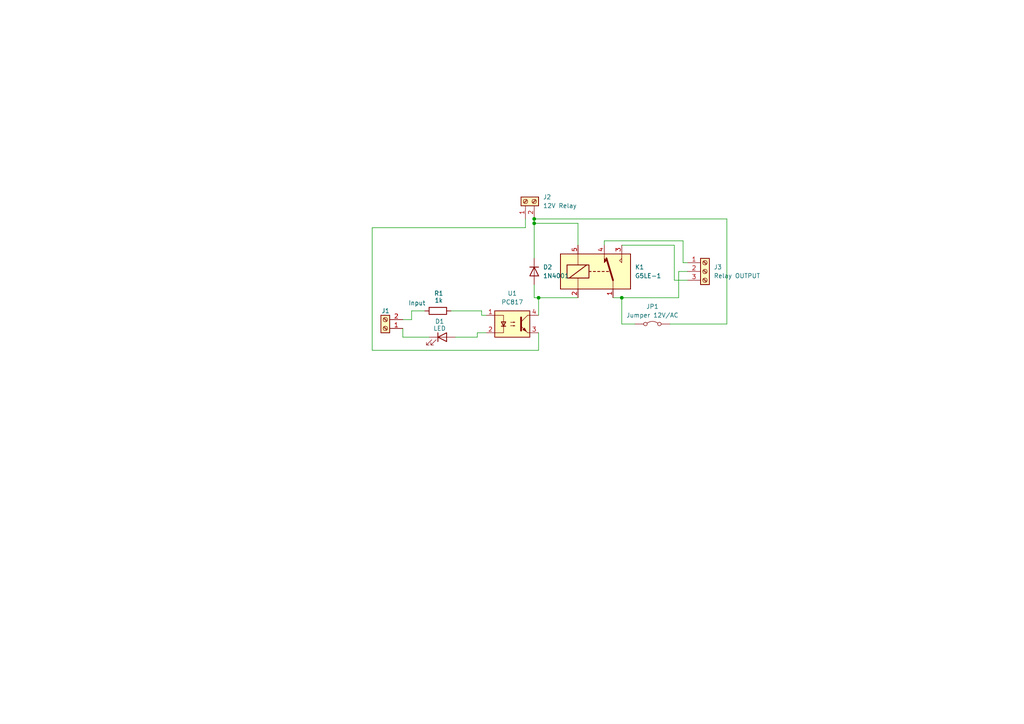
<source format=kicad_sch>
(kicad_sch
	(version 20231120)
	(generator "eeschema")
	(generator_version "8.0")
	(uuid "f14af8c8-4b08-4a65-b39e-b324bdd9c372")
	(paper "A4")
	(lib_symbols
		(symbol "Connector:Screw_Terminal_01x02"
			(pin_names
				(offset 1.016) hide)
			(exclude_from_sim no)
			(in_bom yes)
			(on_board yes)
			(property "Reference" "J"
				(at 0 2.54 0)
				(effects
					(font
						(size 1.27 1.27)
					)
				)
			)
			(property "Value" "Screw_Terminal_01x02"
				(at 0 -5.08 0)
				(effects
					(font
						(size 1.27 1.27)
					)
				)
			)
			(property "Footprint" ""
				(at 0 0 0)
				(effects
					(font
						(size 1.27 1.27)
					)
					(hide yes)
				)
			)
			(property "Datasheet" "~"
				(at 0 0 0)
				(effects
					(font
						(size 1.27 1.27)
					)
					(hide yes)
				)
			)
			(property "Description" "Generic screw terminal, single row, 01x02, script generated (kicad-library-utils/schlib/autogen/connector/)"
				(at 0 0 0)
				(effects
					(font
						(size 1.27 1.27)
					)
					(hide yes)
				)
			)
			(property "ki_keywords" "screw terminal"
				(at 0 0 0)
				(effects
					(font
						(size 1.27 1.27)
					)
					(hide yes)
				)
			)
			(property "ki_fp_filters" "TerminalBlock*:*"
				(at 0 0 0)
				(effects
					(font
						(size 1.27 1.27)
					)
					(hide yes)
				)
			)
			(symbol "Screw_Terminal_01x02_1_1"
				(rectangle
					(start -1.27 1.27)
					(end 1.27 -3.81)
					(stroke
						(width 0.254)
						(type default)
					)
					(fill
						(type background)
					)
				)
				(circle
					(center 0 -2.54)
					(radius 0.635)
					(stroke
						(width 0.1524)
						(type default)
					)
					(fill
						(type none)
					)
				)
				(polyline
					(pts
						(xy -0.5334 -2.2098) (xy 0.3302 -3.048)
					)
					(stroke
						(width 0.1524)
						(type default)
					)
					(fill
						(type none)
					)
				)
				(polyline
					(pts
						(xy -0.5334 0.3302) (xy 0.3302 -0.508)
					)
					(stroke
						(width 0.1524)
						(type default)
					)
					(fill
						(type none)
					)
				)
				(polyline
					(pts
						(xy -0.3556 -2.032) (xy 0.508 -2.8702)
					)
					(stroke
						(width 0.1524)
						(type default)
					)
					(fill
						(type none)
					)
				)
				(polyline
					(pts
						(xy -0.3556 0.508) (xy 0.508 -0.3302)
					)
					(stroke
						(width 0.1524)
						(type default)
					)
					(fill
						(type none)
					)
				)
				(circle
					(center 0 0)
					(radius 0.635)
					(stroke
						(width 0.1524)
						(type default)
					)
					(fill
						(type none)
					)
				)
				(pin passive line
					(at -5.08 0 0)
					(length 3.81)
					(name "Pin_1"
						(effects
							(font
								(size 1.27 1.27)
							)
						)
					)
					(number "1"
						(effects
							(font
								(size 1.27 1.27)
							)
						)
					)
				)
				(pin passive line
					(at -5.08 -2.54 0)
					(length 3.81)
					(name "Pin_2"
						(effects
							(font
								(size 1.27 1.27)
							)
						)
					)
					(number "2"
						(effects
							(font
								(size 1.27 1.27)
							)
						)
					)
				)
			)
		)
		(symbol "Connector:Screw_Terminal_01x03"
			(pin_names
				(offset 1.016) hide)
			(exclude_from_sim no)
			(in_bom yes)
			(on_board yes)
			(property "Reference" "J"
				(at 0 5.08 0)
				(effects
					(font
						(size 1.27 1.27)
					)
				)
			)
			(property "Value" "Screw_Terminal_01x03"
				(at 0 -5.08 0)
				(effects
					(font
						(size 1.27 1.27)
					)
				)
			)
			(property "Footprint" ""
				(at 0 0 0)
				(effects
					(font
						(size 1.27 1.27)
					)
					(hide yes)
				)
			)
			(property "Datasheet" "~"
				(at 0 0 0)
				(effects
					(font
						(size 1.27 1.27)
					)
					(hide yes)
				)
			)
			(property "Description" "Generic screw terminal, single row, 01x03, script generated (kicad-library-utils/schlib/autogen/connector/)"
				(at 0 0 0)
				(effects
					(font
						(size 1.27 1.27)
					)
					(hide yes)
				)
			)
			(property "ki_keywords" "screw terminal"
				(at 0 0 0)
				(effects
					(font
						(size 1.27 1.27)
					)
					(hide yes)
				)
			)
			(property "ki_fp_filters" "TerminalBlock*:*"
				(at 0 0 0)
				(effects
					(font
						(size 1.27 1.27)
					)
					(hide yes)
				)
			)
			(symbol "Screw_Terminal_01x03_1_1"
				(rectangle
					(start -1.27 3.81)
					(end 1.27 -3.81)
					(stroke
						(width 0.254)
						(type default)
					)
					(fill
						(type background)
					)
				)
				(circle
					(center 0 -2.54)
					(radius 0.635)
					(stroke
						(width 0.1524)
						(type default)
					)
					(fill
						(type none)
					)
				)
				(polyline
					(pts
						(xy -0.5334 -2.2098) (xy 0.3302 -3.048)
					)
					(stroke
						(width 0.1524)
						(type default)
					)
					(fill
						(type none)
					)
				)
				(polyline
					(pts
						(xy -0.5334 0.3302) (xy 0.3302 -0.508)
					)
					(stroke
						(width 0.1524)
						(type default)
					)
					(fill
						(type none)
					)
				)
				(polyline
					(pts
						(xy -0.5334 2.8702) (xy 0.3302 2.032)
					)
					(stroke
						(width 0.1524)
						(type default)
					)
					(fill
						(type none)
					)
				)
				(polyline
					(pts
						(xy -0.3556 -2.032) (xy 0.508 -2.8702)
					)
					(stroke
						(width 0.1524)
						(type default)
					)
					(fill
						(type none)
					)
				)
				(polyline
					(pts
						(xy -0.3556 0.508) (xy 0.508 -0.3302)
					)
					(stroke
						(width 0.1524)
						(type default)
					)
					(fill
						(type none)
					)
				)
				(polyline
					(pts
						(xy -0.3556 3.048) (xy 0.508 2.2098)
					)
					(stroke
						(width 0.1524)
						(type default)
					)
					(fill
						(type none)
					)
				)
				(circle
					(center 0 0)
					(radius 0.635)
					(stroke
						(width 0.1524)
						(type default)
					)
					(fill
						(type none)
					)
				)
				(circle
					(center 0 2.54)
					(radius 0.635)
					(stroke
						(width 0.1524)
						(type default)
					)
					(fill
						(type none)
					)
				)
				(pin passive line
					(at -5.08 2.54 0)
					(length 3.81)
					(name "Pin_1"
						(effects
							(font
								(size 1.27 1.27)
							)
						)
					)
					(number "1"
						(effects
							(font
								(size 1.27 1.27)
							)
						)
					)
				)
				(pin passive line
					(at -5.08 0 0)
					(length 3.81)
					(name "Pin_2"
						(effects
							(font
								(size 1.27 1.27)
							)
						)
					)
					(number "2"
						(effects
							(font
								(size 1.27 1.27)
							)
						)
					)
				)
				(pin passive line
					(at -5.08 -2.54 0)
					(length 3.81)
					(name "Pin_3"
						(effects
							(font
								(size 1.27 1.27)
							)
						)
					)
					(number "3"
						(effects
							(font
								(size 1.27 1.27)
							)
						)
					)
				)
			)
		)
		(symbol "Device:D"
			(pin_numbers hide)
			(pin_names
				(offset 1.016) hide)
			(exclude_from_sim no)
			(in_bom yes)
			(on_board yes)
			(property "Reference" "D"
				(at 0 2.54 0)
				(effects
					(font
						(size 1.27 1.27)
					)
				)
			)
			(property "Value" "D"
				(at 0 -2.54 0)
				(effects
					(font
						(size 1.27 1.27)
					)
				)
			)
			(property "Footprint" ""
				(at 0 0 0)
				(effects
					(font
						(size 1.27 1.27)
					)
					(hide yes)
				)
			)
			(property "Datasheet" "~"
				(at 0 0 0)
				(effects
					(font
						(size 1.27 1.27)
					)
					(hide yes)
				)
			)
			(property "Description" "Diode"
				(at 0 0 0)
				(effects
					(font
						(size 1.27 1.27)
					)
					(hide yes)
				)
			)
			(property "Sim.Device" "D"
				(at 0 0 0)
				(effects
					(font
						(size 1.27 1.27)
					)
					(hide yes)
				)
			)
			(property "Sim.Pins" "1=K 2=A"
				(at 0 0 0)
				(effects
					(font
						(size 1.27 1.27)
					)
					(hide yes)
				)
			)
			(property "ki_keywords" "diode"
				(at 0 0 0)
				(effects
					(font
						(size 1.27 1.27)
					)
					(hide yes)
				)
			)
			(property "ki_fp_filters" "TO-???* *_Diode_* *SingleDiode* D_*"
				(at 0 0 0)
				(effects
					(font
						(size 1.27 1.27)
					)
					(hide yes)
				)
			)
			(symbol "D_0_1"
				(polyline
					(pts
						(xy -1.27 1.27) (xy -1.27 -1.27)
					)
					(stroke
						(width 0.254)
						(type default)
					)
					(fill
						(type none)
					)
				)
				(polyline
					(pts
						(xy 1.27 0) (xy -1.27 0)
					)
					(stroke
						(width 0)
						(type default)
					)
					(fill
						(type none)
					)
				)
				(polyline
					(pts
						(xy 1.27 1.27) (xy 1.27 -1.27) (xy -1.27 0) (xy 1.27 1.27)
					)
					(stroke
						(width 0.254)
						(type default)
					)
					(fill
						(type none)
					)
				)
			)
			(symbol "D_1_1"
				(pin passive line
					(at -3.81 0 0)
					(length 2.54)
					(name "K"
						(effects
							(font
								(size 1.27 1.27)
							)
						)
					)
					(number "1"
						(effects
							(font
								(size 1.27 1.27)
							)
						)
					)
				)
				(pin passive line
					(at 3.81 0 180)
					(length 2.54)
					(name "A"
						(effects
							(font
								(size 1.27 1.27)
							)
						)
					)
					(number "2"
						(effects
							(font
								(size 1.27 1.27)
							)
						)
					)
				)
			)
		)
		(symbol "Device:LED"
			(pin_numbers hide)
			(pin_names
				(offset 1.016) hide)
			(exclude_from_sim no)
			(in_bom yes)
			(on_board yes)
			(property "Reference" "D"
				(at 0 2.54 0)
				(effects
					(font
						(size 1.27 1.27)
					)
				)
			)
			(property "Value" "LED"
				(at 0 -2.54 0)
				(effects
					(font
						(size 1.27 1.27)
					)
				)
			)
			(property "Footprint" ""
				(at 0 0 0)
				(effects
					(font
						(size 1.27 1.27)
					)
					(hide yes)
				)
			)
			(property "Datasheet" "~"
				(at 0 0 0)
				(effects
					(font
						(size 1.27 1.27)
					)
					(hide yes)
				)
			)
			(property "Description" "Light emitting diode"
				(at 0 0 0)
				(effects
					(font
						(size 1.27 1.27)
					)
					(hide yes)
				)
			)
			(property "ki_keywords" "LED diode"
				(at 0 0 0)
				(effects
					(font
						(size 1.27 1.27)
					)
					(hide yes)
				)
			)
			(property "ki_fp_filters" "LED* LED_SMD:* LED_THT:*"
				(at 0 0 0)
				(effects
					(font
						(size 1.27 1.27)
					)
					(hide yes)
				)
			)
			(symbol "LED_0_1"
				(polyline
					(pts
						(xy -1.27 -1.27) (xy -1.27 1.27)
					)
					(stroke
						(width 0.254)
						(type default)
					)
					(fill
						(type none)
					)
				)
				(polyline
					(pts
						(xy -1.27 0) (xy 1.27 0)
					)
					(stroke
						(width 0)
						(type default)
					)
					(fill
						(type none)
					)
				)
				(polyline
					(pts
						(xy 1.27 -1.27) (xy 1.27 1.27) (xy -1.27 0) (xy 1.27 -1.27)
					)
					(stroke
						(width 0.254)
						(type default)
					)
					(fill
						(type none)
					)
				)
				(polyline
					(pts
						(xy -3.048 -0.762) (xy -4.572 -2.286) (xy -3.81 -2.286) (xy -4.572 -2.286) (xy -4.572 -1.524)
					)
					(stroke
						(width 0)
						(type default)
					)
					(fill
						(type none)
					)
				)
				(polyline
					(pts
						(xy -1.778 -0.762) (xy -3.302 -2.286) (xy -2.54 -2.286) (xy -3.302 -2.286) (xy -3.302 -1.524)
					)
					(stroke
						(width 0)
						(type default)
					)
					(fill
						(type none)
					)
				)
			)
			(symbol "LED_1_1"
				(pin passive line
					(at -3.81 0 0)
					(length 2.54)
					(name "K"
						(effects
							(font
								(size 1.27 1.27)
							)
						)
					)
					(number "1"
						(effects
							(font
								(size 1.27 1.27)
							)
						)
					)
				)
				(pin passive line
					(at 3.81 0 180)
					(length 2.54)
					(name "A"
						(effects
							(font
								(size 1.27 1.27)
							)
						)
					)
					(number "2"
						(effects
							(font
								(size 1.27 1.27)
							)
						)
					)
				)
			)
		)
		(symbol "Device:R"
			(pin_numbers hide)
			(pin_names
				(offset 0)
			)
			(exclude_from_sim no)
			(in_bom yes)
			(on_board yes)
			(property "Reference" "R"
				(at 2.032 0 90)
				(effects
					(font
						(size 1.27 1.27)
					)
				)
			)
			(property "Value" "R"
				(at 0 0 90)
				(effects
					(font
						(size 1.27 1.27)
					)
				)
			)
			(property "Footprint" ""
				(at -1.778 0 90)
				(effects
					(font
						(size 1.27 1.27)
					)
					(hide yes)
				)
			)
			(property "Datasheet" "~"
				(at 0 0 0)
				(effects
					(font
						(size 1.27 1.27)
					)
					(hide yes)
				)
			)
			(property "Description" "Resistor"
				(at 0 0 0)
				(effects
					(font
						(size 1.27 1.27)
					)
					(hide yes)
				)
			)
			(property "ki_keywords" "R res resistor"
				(at 0 0 0)
				(effects
					(font
						(size 1.27 1.27)
					)
					(hide yes)
				)
			)
			(property "ki_fp_filters" "R_*"
				(at 0 0 0)
				(effects
					(font
						(size 1.27 1.27)
					)
					(hide yes)
				)
			)
			(symbol "R_0_1"
				(rectangle
					(start -1.016 -2.54)
					(end 1.016 2.54)
					(stroke
						(width 0.254)
						(type default)
					)
					(fill
						(type none)
					)
				)
			)
			(symbol "R_1_1"
				(pin passive line
					(at 0 3.81 270)
					(length 1.27)
					(name "~"
						(effects
							(font
								(size 1.27 1.27)
							)
						)
					)
					(number "1"
						(effects
							(font
								(size 1.27 1.27)
							)
						)
					)
				)
				(pin passive line
					(at 0 -3.81 90)
					(length 1.27)
					(name "~"
						(effects
							(font
								(size 1.27 1.27)
							)
						)
					)
					(number "2"
						(effects
							(font
								(size 1.27 1.27)
							)
						)
					)
				)
			)
		)
		(symbol "Isolator:PC817"
			(pin_names
				(offset 1.016)
			)
			(exclude_from_sim no)
			(in_bom yes)
			(on_board yes)
			(property "Reference" "U"
				(at -5.08 5.08 0)
				(effects
					(font
						(size 1.27 1.27)
					)
					(justify left)
				)
			)
			(property "Value" "PC817"
				(at 0 5.08 0)
				(effects
					(font
						(size 1.27 1.27)
					)
					(justify left)
				)
			)
			(property "Footprint" "Package_DIP:DIP-4_W7.62mm"
				(at -5.08 -5.08 0)
				(effects
					(font
						(size 1.27 1.27)
						(italic yes)
					)
					(justify left)
					(hide yes)
				)
			)
			(property "Datasheet" "http://www.soselectronic.cz/a_info/resource/d/pc817.pdf"
				(at 0 0 0)
				(effects
					(font
						(size 1.27 1.27)
					)
					(justify left)
					(hide yes)
				)
			)
			(property "Description" "DC Optocoupler, Vce 35V, CTR 50-300%, DIP-4"
				(at 0 0 0)
				(effects
					(font
						(size 1.27 1.27)
					)
					(hide yes)
				)
			)
			(property "ki_keywords" "NPN DC Optocoupler"
				(at 0 0 0)
				(effects
					(font
						(size 1.27 1.27)
					)
					(hide yes)
				)
			)
			(property "ki_fp_filters" "DIP*W7.62mm*"
				(at 0 0 0)
				(effects
					(font
						(size 1.27 1.27)
					)
					(hide yes)
				)
			)
			(symbol "PC817_0_1"
				(rectangle
					(start -5.08 3.81)
					(end 5.08 -3.81)
					(stroke
						(width 0.254)
						(type default)
					)
					(fill
						(type background)
					)
				)
				(polyline
					(pts
						(xy -3.175 -0.635) (xy -1.905 -0.635)
					)
					(stroke
						(width 0.254)
						(type default)
					)
					(fill
						(type none)
					)
				)
				(polyline
					(pts
						(xy 2.54 0.635) (xy 4.445 2.54)
					)
					(stroke
						(width 0)
						(type default)
					)
					(fill
						(type none)
					)
				)
				(polyline
					(pts
						(xy 4.445 -2.54) (xy 2.54 -0.635)
					)
					(stroke
						(width 0)
						(type default)
					)
					(fill
						(type outline)
					)
				)
				(polyline
					(pts
						(xy 4.445 -2.54) (xy 5.08 -2.54)
					)
					(stroke
						(width 0)
						(type default)
					)
					(fill
						(type none)
					)
				)
				(polyline
					(pts
						(xy 4.445 2.54) (xy 5.08 2.54)
					)
					(stroke
						(width 0)
						(type default)
					)
					(fill
						(type none)
					)
				)
				(polyline
					(pts
						(xy -5.08 2.54) (xy -2.54 2.54) (xy -2.54 -0.635)
					)
					(stroke
						(width 0)
						(type default)
					)
					(fill
						(type none)
					)
				)
				(polyline
					(pts
						(xy -2.54 -0.635) (xy -2.54 -2.54) (xy -5.08 -2.54)
					)
					(stroke
						(width 0)
						(type default)
					)
					(fill
						(type none)
					)
				)
				(polyline
					(pts
						(xy 2.54 1.905) (xy 2.54 -1.905) (xy 2.54 -1.905)
					)
					(stroke
						(width 0.508)
						(type default)
					)
					(fill
						(type none)
					)
				)
				(polyline
					(pts
						(xy -2.54 -0.635) (xy -3.175 0.635) (xy -1.905 0.635) (xy -2.54 -0.635)
					)
					(stroke
						(width 0.254)
						(type default)
					)
					(fill
						(type none)
					)
				)
				(polyline
					(pts
						(xy -0.508 -0.508) (xy 0.762 -0.508) (xy 0.381 -0.635) (xy 0.381 -0.381) (xy 0.762 -0.508)
					)
					(stroke
						(width 0)
						(type default)
					)
					(fill
						(type none)
					)
				)
				(polyline
					(pts
						(xy -0.508 0.508) (xy 0.762 0.508) (xy 0.381 0.381) (xy 0.381 0.635) (xy 0.762 0.508)
					)
					(stroke
						(width 0)
						(type default)
					)
					(fill
						(type none)
					)
				)
				(polyline
					(pts
						(xy 3.048 -1.651) (xy 3.556 -1.143) (xy 4.064 -2.159) (xy 3.048 -1.651) (xy 3.048 -1.651)
					)
					(stroke
						(width 0)
						(type default)
					)
					(fill
						(type outline)
					)
				)
			)
			(symbol "PC817_1_1"
				(pin passive line
					(at -7.62 2.54 0)
					(length 2.54)
					(name "~"
						(effects
							(font
								(size 1.27 1.27)
							)
						)
					)
					(number "1"
						(effects
							(font
								(size 1.27 1.27)
							)
						)
					)
				)
				(pin passive line
					(at -7.62 -2.54 0)
					(length 2.54)
					(name "~"
						(effects
							(font
								(size 1.27 1.27)
							)
						)
					)
					(number "2"
						(effects
							(font
								(size 1.27 1.27)
							)
						)
					)
				)
				(pin passive line
					(at 7.62 -2.54 180)
					(length 2.54)
					(name "~"
						(effects
							(font
								(size 1.27 1.27)
							)
						)
					)
					(number "3"
						(effects
							(font
								(size 1.27 1.27)
							)
						)
					)
				)
				(pin passive line
					(at 7.62 2.54 180)
					(length 2.54)
					(name "~"
						(effects
							(font
								(size 1.27 1.27)
							)
						)
					)
					(number "4"
						(effects
							(font
								(size 1.27 1.27)
							)
						)
					)
				)
			)
		)
		(symbol "Jumper:Jumper_2_Bridged"
			(pin_numbers hide)
			(pin_names
				(offset 0) hide)
			(exclude_from_sim yes)
			(in_bom yes)
			(on_board yes)
			(property "Reference" "JP"
				(at 0 1.905 0)
				(effects
					(font
						(size 1.27 1.27)
					)
				)
			)
			(property "Value" "Jumper_2_Bridged"
				(at 0 -2.54 0)
				(effects
					(font
						(size 1.27 1.27)
					)
				)
			)
			(property "Footprint" ""
				(at 0 0 0)
				(effects
					(font
						(size 1.27 1.27)
					)
					(hide yes)
				)
			)
			(property "Datasheet" "~"
				(at 0 0 0)
				(effects
					(font
						(size 1.27 1.27)
					)
					(hide yes)
				)
			)
			(property "Description" "Jumper, 2-pole, closed/bridged"
				(at 0 0 0)
				(effects
					(font
						(size 1.27 1.27)
					)
					(hide yes)
				)
			)
			(property "ki_keywords" "Jumper SPST"
				(at 0 0 0)
				(effects
					(font
						(size 1.27 1.27)
					)
					(hide yes)
				)
			)
			(property "ki_fp_filters" "Jumper* TestPoint*2Pads* TestPoint*Bridge*"
				(at 0 0 0)
				(effects
					(font
						(size 1.27 1.27)
					)
					(hide yes)
				)
			)
			(symbol "Jumper_2_Bridged_0_0"
				(circle
					(center -2.032 0)
					(radius 0.508)
					(stroke
						(width 0)
						(type default)
					)
					(fill
						(type none)
					)
				)
				(circle
					(center 2.032 0)
					(radius 0.508)
					(stroke
						(width 0)
						(type default)
					)
					(fill
						(type none)
					)
				)
			)
			(symbol "Jumper_2_Bridged_0_1"
				(arc
					(start 1.524 0.254)
					(mid 0 0.762)
					(end -1.524 0.254)
					(stroke
						(width 0)
						(type default)
					)
					(fill
						(type none)
					)
				)
			)
			(symbol "Jumper_2_Bridged_1_1"
				(pin passive line
					(at -5.08 0 0)
					(length 2.54)
					(name "A"
						(effects
							(font
								(size 1.27 1.27)
							)
						)
					)
					(number "1"
						(effects
							(font
								(size 1.27 1.27)
							)
						)
					)
				)
				(pin passive line
					(at 5.08 0 180)
					(length 2.54)
					(name "B"
						(effects
							(font
								(size 1.27 1.27)
							)
						)
					)
					(number "2"
						(effects
							(font
								(size 1.27 1.27)
							)
						)
					)
				)
			)
		)
		(symbol "Relay:G5LE-1"
			(exclude_from_sim no)
			(in_bom yes)
			(on_board yes)
			(property "Reference" "K"
				(at 11.43 3.81 0)
				(effects
					(font
						(size 1.27 1.27)
					)
					(justify left)
				)
			)
			(property "Value" "G5LE-1"
				(at 11.43 1.27 0)
				(effects
					(font
						(size 1.27 1.27)
					)
					(justify left)
				)
			)
			(property "Footprint" "Relay_THT:Relay_SPDT_Omron-G5LE-1"
				(at 11.43 -1.27 0)
				(effects
					(font
						(size 1.27 1.27)
					)
					(justify left)
					(hide yes)
				)
			)
			(property "Datasheet" "http://www.omron.com/ecb/products/pdf/en-g5le.pdf"
				(at 0 0 0)
				(effects
					(font
						(size 1.27 1.27)
					)
					(hide yes)
				)
			)
			(property "Description" "Omron G5LE relay, Miniature Single Pole, SPDT, 10A"
				(at 0 0 0)
				(effects
					(font
						(size 1.27 1.27)
					)
					(hide yes)
				)
			)
			(property "ki_keywords" "Miniature Single Pole Relay"
				(at 0 0 0)
				(effects
					(font
						(size 1.27 1.27)
					)
					(hide yes)
				)
			)
			(property "ki_fp_filters" "Relay*SPDT*Omron*G5LE?1*"
				(at 0 0 0)
				(effects
					(font
						(size 1.27 1.27)
					)
					(hide yes)
				)
			)
			(symbol "G5LE-1_0_0"
				(polyline
					(pts
						(xy 7.62 5.08) (xy 7.62 2.54) (xy 6.985 3.175) (xy 7.62 3.81)
					)
					(stroke
						(width 0)
						(type default)
					)
					(fill
						(type none)
					)
				)
			)
			(symbol "G5LE-1_0_1"
				(rectangle
					(start -10.16 5.08)
					(end 10.16 -5.08)
					(stroke
						(width 0.254)
						(type default)
					)
					(fill
						(type background)
					)
				)
				(rectangle
					(start -8.255 1.905)
					(end -1.905 -1.905)
					(stroke
						(width 0.254)
						(type default)
					)
					(fill
						(type none)
					)
				)
				(polyline
					(pts
						(xy -7.62 -1.905) (xy -2.54 1.905)
					)
					(stroke
						(width 0.254)
						(type default)
					)
					(fill
						(type none)
					)
				)
				(polyline
					(pts
						(xy -5.08 -5.08) (xy -5.08 -1.905)
					)
					(stroke
						(width 0)
						(type default)
					)
					(fill
						(type none)
					)
				)
				(polyline
					(pts
						(xy -5.08 5.08) (xy -5.08 1.905)
					)
					(stroke
						(width 0)
						(type default)
					)
					(fill
						(type none)
					)
				)
				(polyline
					(pts
						(xy -1.905 0) (xy -1.27 0)
					)
					(stroke
						(width 0.254)
						(type default)
					)
					(fill
						(type none)
					)
				)
				(polyline
					(pts
						(xy -0.635 0) (xy 0 0)
					)
					(stroke
						(width 0.254)
						(type default)
					)
					(fill
						(type none)
					)
				)
				(polyline
					(pts
						(xy 0.635 0) (xy 1.27 0)
					)
					(stroke
						(width 0.254)
						(type default)
					)
					(fill
						(type none)
					)
				)
				(polyline
					(pts
						(xy 1.905 0) (xy 2.54 0)
					)
					(stroke
						(width 0.254)
						(type default)
					)
					(fill
						(type none)
					)
				)
				(polyline
					(pts
						(xy 3.175 0) (xy 3.81 0)
					)
					(stroke
						(width 0.254)
						(type default)
					)
					(fill
						(type none)
					)
				)
				(polyline
					(pts
						(xy 5.08 -2.54) (xy 3.175 3.81)
					)
					(stroke
						(width 0.508)
						(type default)
					)
					(fill
						(type none)
					)
				)
				(polyline
					(pts
						(xy 5.08 -2.54) (xy 5.08 -5.08)
					)
					(stroke
						(width 0)
						(type default)
					)
					(fill
						(type none)
					)
				)
				(polyline
					(pts
						(xy 2.54 5.08) (xy 2.54 2.54) (xy 3.175 3.175) (xy 2.54 3.81)
					)
					(stroke
						(width 0)
						(type default)
					)
					(fill
						(type outline)
					)
				)
			)
			(symbol "G5LE-1_1_1"
				(pin passive line
					(at 5.08 -7.62 90)
					(length 2.54)
					(name "~"
						(effects
							(font
								(size 1.27 1.27)
							)
						)
					)
					(number "1"
						(effects
							(font
								(size 1.27 1.27)
							)
						)
					)
				)
				(pin passive line
					(at -5.08 -7.62 90)
					(length 2.54)
					(name "~"
						(effects
							(font
								(size 1.27 1.27)
							)
						)
					)
					(number "2"
						(effects
							(font
								(size 1.27 1.27)
							)
						)
					)
				)
				(pin passive line
					(at 7.62 7.62 270)
					(length 2.54)
					(name "~"
						(effects
							(font
								(size 1.27 1.27)
							)
						)
					)
					(number "3"
						(effects
							(font
								(size 1.27 1.27)
							)
						)
					)
				)
				(pin passive line
					(at 2.54 7.62 270)
					(length 2.54)
					(name "~"
						(effects
							(font
								(size 1.27 1.27)
							)
						)
					)
					(number "4"
						(effects
							(font
								(size 1.27 1.27)
							)
						)
					)
				)
				(pin passive line
					(at -5.08 7.62 270)
					(length 2.54)
					(name "~"
						(effects
							(font
								(size 1.27 1.27)
							)
						)
					)
					(number "5"
						(effects
							(font
								(size 1.27 1.27)
							)
						)
					)
				)
			)
		)
	)
	(junction
		(at 180.34 86.36)
		(diameter 0)
		(color 0 0 0 0)
		(uuid "b001ca5b-7333-40d6-a186-343d63ccb7f7")
	)
	(junction
		(at 154.94 63.5)
		(diameter 0)
		(color 0 0 0 0)
		(uuid "b29ddbc4-b92a-4d09-b1cf-654bc106237a")
	)
	(junction
		(at 156.21 86.36)
		(diameter 0)
		(color 0 0 0 0)
		(uuid "e30bb2f7-08a6-48d4-b1c5-25ca44534157")
	)
	(junction
		(at 154.94 64.77)
		(diameter 0)
		(color 0 0 0 0)
		(uuid "f2e88817-5097-4364-910a-3dbe0b7d0e67")
	)
	(wire
		(pts
			(xy 156.21 96.52) (xy 156.21 101.6)
		)
		(stroke
			(width 0)
			(type default)
		)
		(uuid "06da3bf3-25cd-405b-9437-44d418885bc5")
	)
	(wire
		(pts
			(xy 138.43 96.52) (xy 140.97 96.52)
		)
		(stroke
			(width 0)
			(type default)
		)
		(uuid "08cc2778-576f-4123-86ef-fac17e5e75d8")
	)
	(wire
		(pts
			(xy 167.64 64.77) (xy 154.94 64.77)
		)
		(stroke
			(width 0)
			(type default)
		)
		(uuid "0ce3a51f-8b76-4b90-b4b8-7810ad812195")
	)
	(wire
		(pts
			(xy 132.08 97.79) (xy 138.43 97.79)
		)
		(stroke
			(width 0)
			(type default)
		)
		(uuid "0cf80f41-9f3b-4a2c-b852-6e01f04db8b1")
	)
	(wire
		(pts
			(xy 154.94 64.77) (xy 154.94 63.5)
		)
		(stroke
			(width 0)
			(type default)
		)
		(uuid "0ff9bbc8-bf16-4bc4-a616-b8f49d13eb79")
	)
	(wire
		(pts
			(xy 139.7 90.17) (xy 139.7 91.44)
		)
		(stroke
			(width 0)
			(type default)
		)
		(uuid "14aeda33-dc12-4a89-896a-c3603ddf67ba")
	)
	(wire
		(pts
			(xy 167.64 71.12) (xy 167.64 64.77)
		)
		(stroke
			(width 0)
			(type default)
		)
		(uuid "2300a1f5-875f-4047-a549-ea54b5467746")
	)
	(wire
		(pts
			(xy 180.34 86.36) (xy 196.85 86.36)
		)
		(stroke
			(width 0)
			(type default)
		)
		(uuid "3c2584e3-b705-4b79-ab52-a89900f054d5")
	)
	(wire
		(pts
			(xy 194.31 93.98) (xy 210.82 93.98)
		)
		(stroke
			(width 0)
			(type default)
		)
		(uuid "44c132ef-b8fa-453d-b107-d71b2ca88842")
	)
	(wire
		(pts
			(xy 124.46 97.79) (xy 116.84 97.79)
		)
		(stroke
			(width 0)
			(type default)
		)
		(uuid "48a0b2ee-e0d6-4191-a45d-0c73e7c2505a")
	)
	(wire
		(pts
			(xy 123.19 90.17) (xy 119.38 90.17)
		)
		(stroke
			(width 0)
			(type default)
		)
		(uuid "4d284fd3-16c1-44c7-89b9-99c7483b84f6")
	)
	(wire
		(pts
			(xy 130.81 90.17) (xy 139.7 90.17)
		)
		(stroke
			(width 0)
			(type default)
		)
		(uuid "4e41e628-599c-4854-889c-ec3df1603fbd")
	)
	(wire
		(pts
			(xy 152.4 66.04) (xy 152.4 63.5)
		)
		(stroke
			(width 0)
			(type default)
		)
		(uuid "51f6f11f-865d-4e0b-8f4c-34f134d624ff")
	)
	(wire
		(pts
			(xy 198.12 69.85) (xy 198.12 76.2)
		)
		(stroke
			(width 0)
			(type default)
		)
		(uuid "5b27d22f-31b2-4e6b-9f98-7a65dd4e6ca0")
	)
	(wire
		(pts
			(xy 154.94 74.93) (xy 154.94 64.77)
		)
		(stroke
			(width 0)
			(type default)
		)
		(uuid "5baad3f4-da31-431a-be88-d4fc6fc374ab")
	)
	(wire
		(pts
			(xy 210.82 63.5) (xy 154.94 63.5)
		)
		(stroke
			(width 0)
			(type default)
		)
		(uuid "5da34818-ac68-48a9-8ce9-2ef2aa3b0e98")
	)
	(wire
		(pts
			(xy 107.95 66.04) (xy 152.4 66.04)
		)
		(stroke
			(width 0)
			(type default)
		)
		(uuid "63580586-f630-4808-afe8-7285d47b9a4d")
	)
	(wire
		(pts
			(xy 154.94 86.36) (xy 154.94 82.55)
		)
		(stroke
			(width 0)
			(type default)
		)
		(uuid "65dd3d36-635f-456d-a87f-f70471f329b6")
	)
	(wire
		(pts
			(xy 156.21 86.36) (xy 154.94 86.36)
		)
		(stroke
			(width 0)
			(type default)
		)
		(uuid "7370e71b-cd8c-4e01-ad93-8fdb38be5873")
	)
	(wire
		(pts
			(xy 156.21 91.44) (xy 156.21 86.36)
		)
		(stroke
			(width 0)
			(type default)
		)
		(uuid "7459b410-5f64-4c90-a489-68468f01df2c")
	)
	(wire
		(pts
			(xy 195.58 71.12) (xy 180.34 71.12)
		)
		(stroke
			(width 0)
			(type default)
		)
		(uuid "80bb368a-ef35-4ef6-9df6-45ac020aebab")
	)
	(wire
		(pts
			(xy 119.38 90.17) (xy 119.38 92.71)
		)
		(stroke
			(width 0)
			(type default)
		)
		(uuid "863a7fb5-5a79-4d85-8fac-17d649873a99")
	)
	(wire
		(pts
			(xy 177.8 86.36) (xy 180.34 86.36)
		)
		(stroke
			(width 0)
			(type default)
		)
		(uuid "8ac53de2-a401-4aa9-b2d6-0cd1fb57d07c")
	)
	(wire
		(pts
			(xy 119.38 92.71) (xy 116.84 92.71)
		)
		(stroke
			(width 0)
			(type default)
		)
		(uuid "9043e396-6a3d-42a3-97c0-b08204b535de")
	)
	(wire
		(pts
			(xy 210.82 63.5) (xy 210.82 93.98)
		)
		(stroke
			(width 0)
			(type default)
		)
		(uuid "947fa8e0-bc83-4432-ac6c-70bf680b57e3")
	)
	(wire
		(pts
			(xy 180.34 93.98) (xy 180.34 86.36)
		)
		(stroke
			(width 0)
			(type default)
		)
		(uuid "96881d1a-16eb-4352-9115-e40ce670b796")
	)
	(wire
		(pts
			(xy 107.95 101.6) (xy 107.95 66.04)
		)
		(stroke
			(width 0)
			(type default)
		)
		(uuid "9803607d-e0ff-4ae2-9de4-e5a721e0a867")
	)
	(wire
		(pts
			(xy 139.7 91.44) (xy 140.97 91.44)
		)
		(stroke
			(width 0)
			(type default)
		)
		(uuid "98605dff-3da8-4486-be51-20c2780537d6")
	)
	(wire
		(pts
			(xy 196.85 86.36) (xy 196.85 78.74)
		)
		(stroke
			(width 0)
			(type default)
		)
		(uuid "991ca30d-294e-4ec1-a31e-d8281f7a380b")
	)
	(wire
		(pts
			(xy 195.58 81.28) (xy 199.39 81.28)
		)
		(stroke
			(width 0)
			(type default)
		)
		(uuid "9995e9bf-73a1-4b51-898a-586f477bbc8b")
	)
	(wire
		(pts
			(xy 138.43 97.79) (xy 138.43 96.52)
		)
		(stroke
			(width 0)
			(type default)
		)
		(uuid "9fdc5c6c-93da-426e-aa6b-403a4ce425a9")
	)
	(wire
		(pts
			(xy 184.15 93.98) (xy 180.34 93.98)
		)
		(stroke
			(width 0)
			(type default)
		)
		(uuid "b4ccd2a6-632c-4bb7-a98d-23d84a5b4177")
	)
	(wire
		(pts
			(xy 196.85 78.74) (xy 199.39 78.74)
		)
		(stroke
			(width 0)
			(type default)
		)
		(uuid "ba643786-eaed-438f-9b4f-2c6f08e63f01")
	)
	(wire
		(pts
			(xy 175.26 71.12) (xy 175.26 69.85)
		)
		(stroke
			(width 0)
			(type default)
		)
		(uuid "bd8474ee-26b2-436e-9b4b-c41df7cc1713")
	)
	(wire
		(pts
			(xy 167.64 86.36) (xy 156.21 86.36)
		)
		(stroke
			(width 0)
			(type default)
		)
		(uuid "c9876b03-4d12-4601-960b-c6ff6931c776")
	)
	(wire
		(pts
			(xy 195.58 81.28) (xy 195.58 71.12)
		)
		(stroke
			(width 0)
			(type default)
		)
		(uuid "dab3d7ed-978e-453a-9a82-f14b21fe1cb7")
	)
	(wire
		(pts
			(xy 116.84 97.79) (xy 116.84 95.25)
		)
		(stroke
			(width 0)
			(type default)
		)
		(uuid "e029a049-79e9-45c1-8c92-291e4d7daa83")
	)
	(wire
		(pts
			(xy 198.12 76.2) (xy 199.39 76.2)
		)
		(stroke
			(width 0)
			(type default)
		)
		(uuid "e0a29b79-4c50-4bf4-8939-1132563218da")
	)
	(wire
		(pts
			(xy 156.21 101.6) (xy 107.95 101.6)
		)
		(stroke
			(width 0)
			(type default)
		)
		(uuid "e7d7e9f5-92bc-4d03-ac49-0fd59c953c18")
	)
	(wire
		(pts
			(xy 175.26 69.85) (xy 198.12 69.85)
		)
		(stroke
			(width 0)
			(type default)
		)
		(uuid "f4304bf9-2c97-4473-b650-e596e47abf7b")
	)
	(symbol
		(lib_id "Device:D")
		(at 154.94 78.74 270)
		(unit 1)
		(exclude_from_sim no)
		(in_bom yes)
		(on_board yes)
		(dnp no)
		(fields_autoplaced yes)
		(uuid "07b48fb1-e339-4e0f-b3dd-ecb73be84319")
		(property "Reference" "D2"
			(at 157.48 77.4699 90)
			(effects
				(font
					(size 1.27 1.27)
				)
				(justify left)
			)
		)
		(property "Value" "1N4001"
			(at 157.48 80.0099 90)
			(effects
				(font
					(size 1.27 1.27)
				)
				(justify left)
			)
		)
		(property "Footprint" "Diode_THT:D_A-405_P7.62mm_Horizontal"
			(at 154.94 78.74 0)
			(effects
				(font
					(size 1.27 1.27)
				)
				(hide yes)
			)
		)
		(property "Datasheet" "~"
			(at 154.94 78.74 0)
			(effects
				(font
					(size 1.27 1.27)
				)
				(hide yes)
			)
		)
		(property "Description" "Diode"
			(at 154.94 78.74 0)
			(effects
				(font
					(size 1.27 1.27)
				)
				(hide yes)
			)
		)
		(property "Sim.Device" "D"
			(at 154.94 78.74 0)
			(effects
				(font
					(size 1.27 1.27)
				)
				(hide yes)
			)
		)
		(property "Sim.Pins" "1=K 2=A"
			(at 154.94 78.74 0)
			(effects
				(font
					(size 1.27 1.27)
				)
				(hide yes)
			)
		)
		(pin "2"
			(uuid "b174f09a-13c0-49b6-a9e3-750abb6167f1")
		)
		(pin "1"
			(uuid "d9a36677-3d20-4d93-b05f-306884e968fb")
		)
		(instances
			(project ""
				(path "/f14af8c8-4b08-4a65-b39e-b324bdd9c372"
					(reference "D2")
					(unit 1)
				)
			)
		)
	)
	(symbol
		(lib_id "Device:LED")
		(at 128.27 97.79 0)
		(unit 1)
		(exclude_from_sim no)
		(in_bom yes)
		(on_board yes)
		(dnp no)
		(uuid "08f99cdd-033c-4cb1-ab3b-59f459e994ad")
		(property "Reference" "D1"
			(at 127.508 93.218 0)
			(effects
				(font
					(size 1.27 1.27)
				)
			)
		)
		(property "Value" "LED"
			(at 127.508 95.25 0)
			(effects
				(font
					(size 1.27 1.27)
				)
			)
		)
		(property "Footprint" "LED_THT:LED_D3.0mm"
			(at 128.27 97.79 0)
			(effects
				(font
					(size 1.27 1.27)
				)
				(hide yes)
			)
		)
		(property "Datasheet" "~"
			(at 128.27 97.79 0)
			(effects
				(font
					(size 1.27 1.27)
				)
				(hide yes)
			)
		)
		(property "Description" "Light emitting diode"
			(at 128.27 97.79 0)
			(effects
				(font
					(size 1.27 1.27)
				)
				(hide yes)
			)
		)
		(pin "2"
			(uuid "fc810e77-8912-47c0-87b3-86dd0fbbeae3")
		)
		(pin "1"
			(uuid "7f25e354-8479-4572-8c9b-b560526fdc9c")
		)
		(instances
			(project ""
				(path "/f14af8c8-4b08-4a65-b39e-b324bdd9c372"
					(reference "D1")
					(unit 1)
				)
			)
		)
	)
	(symbol
		(lib_id "Connector:Screw_Terminal_01x03")
		(at 204.47 78.74 0)
		(unit 1)
		(exclude_from_sim no)
		(in_bom yes)
		(on_board yes)
		(dnp no)
		(fields_autoplaced yes)
		(uuid "3399429f-fd90-45af-9969-cef0d0b07ab7")
		(property "Reference" "J3"
			(at 207.01 77.4699 0)
			(effects
				(font
					(size 1.27 1.27)
				)
				(justify left)
			)
		)
		(property "Value" "Relay OUTPUT"
			(at 207.01 80.0099 0)
			(effects
				(font
					(size 1.27 1.27)
				)
				(justify left)
			)
		)
		(property "Footprint" "TerminalBlock:TerminalBlock_Altech_AK300-3_P5.00mm"
			(at 204.47 78.74 0)
			(effects
				(font
					(size 1.27 1.27)
				)
				(hide yes)
			)
		)
		(property "Datasheet" "~"
			(at 204.47 78.74 0)
			(effects
				(font
					(size 1.27 1.27)
				)
				(hide yes)
			)
		)
		(property "Description" "Generic screw terminal, single row, 01x03, script generated (kicad-library-utils/schlib/autogen/connector/)"
			(at 204.47 78.74 0)
			(effects
				(font
					(size 1.27 1.27)
				)
				(hide yes)
			)
		)
		(pin "1"
			(uuid "6c57cd6a-9fe2-450f-bd38-2e27dd0e7163")
		)
		(pin "2"
			(uuid "83d8b38a-8361-4c15-a6cb-03f81c09038d")
		)
		(pin "3"
			(uuid "1c16805f-ae68-493d-80ed-91522ac5e79c")
		)
		(instances
			(project ""
				(path "/f14af8c8-4b08-4a65-b39e-b324bdd9c372"
					(reference "J3")
					(unit 1)
				)
			)
		)
	)
	(symbol
		(lib_id "Relay:G5LE-1")
		(at 172.72 78.74 0)
		(unit 1)
		(exclude_from_sim no)
		(in_bom yes)
		(on_board yes)
		(dnp no)
		(fields_autoplaced yes)
		(uuid "4113cc84-d0dd-40d9-a6cc-6792c9b2348f")
		(property "Reference" "K1"
			(at 184.15 77.4699 0)
			(effects
				(font
					(size 1.27 1.27)
				)
				(justify left)
			)
		)
		(property "Value" "G5LE-1"
			(at 184.15 80.0099 0)
			(effects
				(font
					(size 1.27 1.27)
				)
				(justify left)
			)
		)
		(property "Footprint" "Relay_THT:Relay_SPDT_Omron-G5LE-1"
			(at 184.15 80.01 0)
			(effects
				(font
					(size 1.27 1.27)
				)
				(justify left)
				(hide yes)
			)
		)
		(property "Datasheet" "http://www.omron.com/ecb/products/pdf/en-g5le.pdf"
			(at 172.72 78.74 0)
			(effects
				(font
					(size 1.27 1.27)
				)
				(hide yes)
			)
		)
		(property "Description" "Omron G5LE relay, Miniature Single Pole, SPDT, 10A"
			(at 172.72 78.74 0)
			(effects
				(font
					(size 1.27 1.27)
				)
				(hide yes)
			)
		)
		(pin "4"
			(uuid "9d53fe18-997b-4662-904b-e274c2706f95")
		)
		(pin "1"
			(uuid "4a8090c0-0c6e-4f1f-b2e7-c248dcbaf2c0")
		)
		(pin "3"
			(uuid "ca27e680-527e-4265-943c-6431cc34772d")
		)
		(pin "2"
			(uuid "42195571-e4ce-4c0d-8652-6e486dd5e7ae")
		)
		(pin "5"
			(uuid "a1932597-2c84-4046-a2e9-ffc07f67c46a")
		)
		(instances
			(project ""
				(path "/f14af8c8-4b08-4a65-b39e-b324bdd9c372"
					(reference "K1")
					(unit 1)
				)
			)
		)
	)
	(symbol
		(lib_id "Isolator:PC817")
		(at 148.59 93.98 0)
		(unit 1)
		(exclude_from_sim no)
		(in_bom yes)
		(on_board yes)
		(dnp no)
		(fields_autoplaced yes)
		(uuid "659e8154-3432-463e-8340-33529f60749c")
		(property "Reference" "U1"
			(at 148.59 85.09 0)
			(effects
				(font
					(size 1.27 1.27)
				)
			)
		)
		(property "Value" "PC817"
			(at 148.59 87.63 0)
			(effects
				(font
					(size 1.27 1.27)
				)
			)
		)
		(property "Footprint" "Package_DIP:DIP-4_W7.62mm"
			(at 143.51 99.06 0)
			(effects
				(font
					(size 1.27 1.27)
					(italic yes)
				)
				(justify left)
				(hide yes)
			)
		)
		(property "Datasheet" "http://www.soselectronic.cz/a_info/resource/d/pc817.pdf"
			(at 148.59 93.98 0)
			(effects
				(font
					(size 1.27 1.27)
				)
				(justify left)
				(hide yes)
			)
		)
		(property "Description" "DC Optocoupler, Vce 35V, CTR 50-300%, DIP-4"
			(at 148.59 93.98 0)
			(effects
				(font
					(size 1.27 1.27)
				)
				(hide yes)
			)
		)
		(pin "4"
			(uuid "73c2c11d-9151-4d42-8b4e-911f532a35ed")
		)
		(pin "1"
			(uuid "053b9990-0a2c-4899-a62f-991b21f05841")
		)
		(pin "2"
			(uuid "38f912ba-7f23-40ad-b546-ecd7b2ccf549")
		)
		(pin "3"
			(uuid "d80bccfb-e613-46e5-94c0-7b18d719ca30")
		)
		(instances
			(project ""
				(path "/f14af8c8-4b08-4a65-b39e-b324bdd9c372"
					(reference "U1")
					(unit 1)
				)
			)
		)
	)
	(symbol
		(lib_id "Connector:Screw_Terminal_01x02")
		(at 111.76 95.25 180)
		(unit 1)
		(exclude_from_sim no)
		(in_bom yes)
		(on_board yes)
		(dnp no)
		(uuid "6aa49274-7d89-4f31-b487-cc91b23c446c")
		(property "Reference" "J1"
			(at 113.03 90.17 0)
			(effects
				(font
					(size 1.27 1.27)
				)
				(justify left)
			)
		)
		(property "Value" "Input"
			(at 123.444 87.884 0)
			(effects
				(font
					(size 1.27 1.27)
				)
				(justify left)
			)
		)
		(property "Footprint" "TerminalBlock:TerminalBlock_Altech_AK300-2_P5.00mm"
			(at 111.76 95.25 0)
			(effects
				(font
					(size 1.27 1.27)
				)
				(hide yes)
			)
		)
		(property "Datasheet" "~"
			(at 111.76 95.25 0)
			(effects
				(font
					(size 1.27 1.27)
				)
				(hide yes)
			)
		)
		(property "Description" "Generic screw terminal, single row, 01x02, script generated (kicad-library-utils/schlib/autogen/connector/)"
			(at 111.76 95.25 0)
			(effects
				(font
					(size 1.27 1.27)
				)
				(hide yes)
			)
		)
		(pin "1"
			(uuid "da26d157-9ca0-4186-8853-6814d49284b5")
		)
		(pin "2"
			(uuid "8cef2726-403e-45d1-8532-0ae656dc5783")
		)
		(instances
			(project ""
				(path "/f14af8c8-4b08-4a65-b39e-b324bdd9c372"
					(reference "J1")
					(unit 1)
				)
			)
		)
	)
	(symbol
		(lib_id "Device:R")
		(at 127 90.17 270)
		(unit 1)
		(exclude_from_sim no)
		(in_bom yes)
		(on_board yes)
		(dnp no)
		(uuid "83f2cd27-f6f2-4e47-a1cb-8109b0b02979")
		(property "Reference" "R1"
			(at 127.254 85.09 90)
			(effects
				(font
					(size 1.27 1.27)
				)
			)
		)
		(property "Value" "1k"
			(at 127.254 87.122 90)
			(effects
				(font
					(size 1.27 1.27)
				)
			)
		)
		(property "Footprint" "Resistor_THT:R_Axial_DIN0207_L6.3mm_D2.5mm_P10.16mm_Horizontal"
			(at 127 88.392 90)
			(effects
				(font
					(size 1.27 1.27)
				)
				(hide yes)
			)
		)
		(property "Datasheet" "~"
			(at 127 90.17 0)
			(effects
				(font
					(size 1.27 1.27)
				)
				(hide yes)
			)
		)
		(property "Description" "Resistor"
			(at 127 90.17 0)
			(effects
				(font
					(size 1.27 1.27)
				)
				(hide yes)
			)
		)
		(pin "1"
			(uuid "0fdef02d-a67e-495e-ab7c-48d1fdcad401")
		)
		(pin "2"
			(uuid "cb53c7bd-d294-48fc-9d15-a64e2264b2d4")
		)
		(instances
			(project ""
				(path "/f14af8c8-4b08-4a65-b39e-b324bdd9c372"
					(reference "R1")
					(unit 1)
				)
			)
		)
	)
	(symbol
		(lib_id "Connector:Screw_Terminal_01x02")
		(at 152.4 58.42 90)
		(unit 1)
		(exclude_from_sim no)
		(in_bom yes)
		(on_board yes)
		(dnp no)
		(fields_autoplaced yes)
		(uuid "ac1c97f4-b895-4c3f-8fe6-cadccbd7530b")
		(property "Reference" "J2"
			(at 157.48 57.1499 90)
			(effects
				(font
					(size 1.27 1.27)
				)
				(justify right)
			)
		)
		(property "Value" "12V Relay"
			(at 157.48 59.6899 90)
			(effects
				(font
					(size 1.27 1.27)
				)
				(justify right)
			)
		)
		(property "Footprint" "TerminalBlock:TerminalBlock_Altech_AK300-2_P5.00mm"
			(at 152.4 58.42 0)
			(effects
				(font
					(size 1.27 1.27)
				)
				(hide yes)
			)
		)
		(property "Datasheet" "~"
			(at 152.4 58.42 0)
			(effects
				(font
					(size 1.27 1.27)
				)
				(hide yes)
			)
		)
		(property "Description" "Generic screw terminal, single row, 01x02, script generated (kicad-library-utils/schlib/autogen/connector/)"
			(at 152.4 58.42 0)
			(effects
				(font
					(size 1.27 1.27)
				)
				(hide yes)
			)
		)
		(pin "1"
			(uuid "25e080ad-1382-4955-a710-afb686cabf8c")
		)
		(pin "2"
			(uuid "3b4d131d-c8d6-4eed-bad9-6ebb42ec0ee5")
		)
		(instances
			(project "relay"
				(path "/f14af8c8-4b08-4a65-b39e-b324bdd9c372"
					(reference "J2")
					(unit 1)
				)
			)
		)
	)
	(symbol
		(lib_id "Jumper:Jumper_2_Bridged")
		(at 189.23 93.98 0)
		(unit 1)
		(exclude_from_sim yes)
		(in_bom yes)
		(on_board yes)
		(dnp no)
		(fields_autoplaced yes)
		(uuid "f8022ea5-e437-4ce5-91cb-11eb5ad118d5")
		(property "Reference" "JP1"
			(at 189.23 88.9 0)
			(effects
				(font
					(size 1.27 1.27)
				)
			)
		)
		(property "Value" "Jumper 12V/AC"
			(at 189.23 91.44 0)
			(effects
				(font
					(size 1.27 1.27)
				)
			)
		)
		(property "Footprint" "Jumper:SolderJumper-2_P1.3mm_Open_RoundedPad1.0x1.5mm"
			(at 189.23 93.98 0)
			(effects
				(font
					(size 1.27 1.27)
				)
				(hide yes)
			)
		)
		(property "Datasheet" "~"
			(at 189.23 93.98 0)
			(effects
				(font
					(size 1.27 1.27)
				)
				(hide yes)
			)
		)
		(property "Description" "Jumper, 2-pole, closed/bridged"
			(at 189.23 93.98 0)
			(effects
				(font
					(size 1.27 1.27)
				)
				(hide yes)
			)
		)
		(pin "1"
			(uuid "3e37e35e-6187-4d08-944c-dc25bd1170c6")
		)
		(pin "2"
			(uuid "a49fdfce-bdcb-45ea-b5e8-458349ecb4b9")
		)
		(instances
			(project ""
				(path "/f14af8c8-4b08-4a65-b39e-b324bdd9c372"
					(reference "JP1")
					(unit 1)
				)
			)
		)
	)
	(sheet_instances
		(path "/"
			(page "1")
		)
	)
)

</source>
